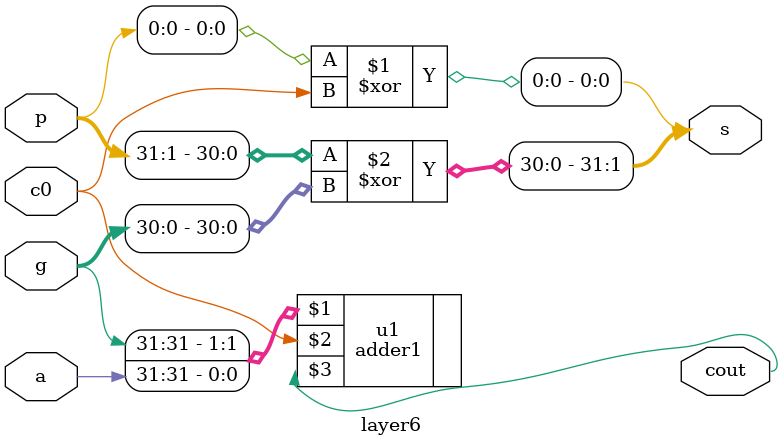
<source format=v>
module layer6(p,c0,g,a,s,cout);
input [31:0] p,g,a;
input c0;
output [31:0] s;
output cout;

assign s[0] = p[0]^c0;
assign s[31:1] = p[31:1]^g[30:0];
adder1 u1({g[31],a[31]},c0,cout);

endmodule
</source>
